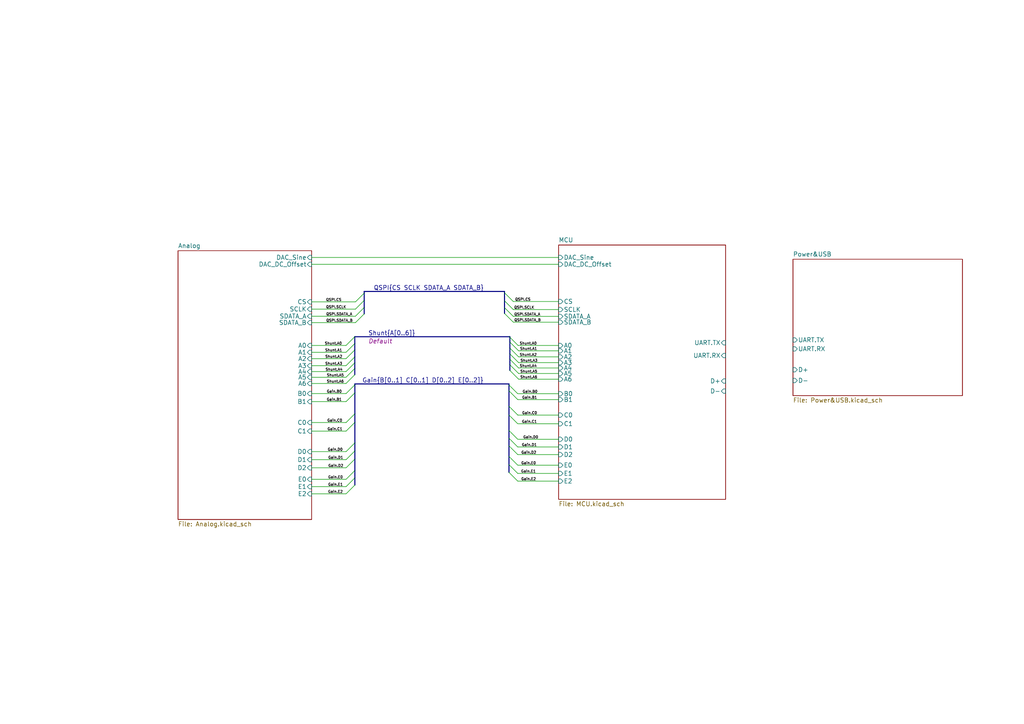
<source format=kicad_sch>
(kicad_sch (version 20230121) (generator eeschema)
  (paper "A4")
  (lib_symbols)
  (bus_entry (at 105.6386 87.122) (size -2.54 2.54))
  (bus_entry (at 147.6248 137.0076) (size 2.54 2.54))
  (bus_entry (at 102.9208 113.9444) (size -2.54 2.54))
  (bus_entry (at 147.6248 113.3602) (size 2.54 2.54))
  (bus_entry (at 102.9208 138.6078) (size -2.54 2.54))
  (bus_entry (at 147.6248 111.6584) (size 2.54 2.54))
  (bus_entry (at 147.6248 134.7724) (size 2.54 2.54))
  (bus_entry (at 102.9208 140.6906) (size -2.54 2.54))
  (bus_entry (at 147.6248 127.1016) (size 2.54 2.54))
  (bus_entry (at 146.3294 89.2302) (size 2.54 2.54))
  (bus_entry (at 147.6248 124.8664) (size 2.54 2.54))
  (bus_entry (at 147.7264 97.663) (size 2.54 2.54))
  (bus_entry (at 102.9208 136.4742) (size -2.54 2.54))
  (bus_entry (at 147.6248 117.8306) (size 2.54 2.54))
  (bus_entry (at 102.8954 106.8832) (size -2.54 2.54))
  (bus_entry (at 146.3294 87.249) (size 2.54 2.54))
  (bus_entry (at 102.9208 122.5042) (size -2.54 2.54))
  (bus_entry (at 102.9208 133.1468) (size -2.54 2.54))
  (bus_entry (at 146.3294 84.9122) (size 2.54 2.54))
  (bus_entry (at 147.8788 99.2124) (size 2.54 2.54))
  (bus_entry (at 147.8788 100.965) (size 2.54 2.54))
  (bus_entry (at 102.9208 111.6076) (size -2.54 2.54))
  (bus_entry (at 105.6386 91.0336) (size -2.54 2.54))
  (bus_entry (at 102.9208 120.015) (size -2.54 2.54))
  (bus_entry (at 102.8954 99.6442) (size -2.54 2.54))
  (bus_entry (at 102.8954 108.6866) (size -2.54 2.54))
  (bus_entry (at 147.8788 105.791) (size 2.54 2.54))
  (bus_entry (at 102.8954 97.663) (size -2.54 2.54))
  (bus_entry (at 147.6248 132.3848) (size 2.54 2.54))
  (bus_entry (at 102.8954 101.4984) (size -2.54 2.54))
  (bus_entry (at 147.6248 129.3114) (size 2.54 2.54))
  (bus_entry (at 102.9208 130.7846) (size -2.54 2.54))
  (bus_entry (at 147.6248 120.3706) (size 2.54 2.54))
  (bus_entry (at 105.6386 85.0138) (size -2.54 2.54))
  (bus_entry (at 102.8954 103.5304) (size -2.54 2.54))
  (bus_entry (at 146.3294 90.9066) (size 2.54 2.54))
  (bus_entry (at 147.8788 107.442) (size 2.54 2.54))
  (bus_entry (at 147.8788 104.1908) (size 2.54 2.54))
  (bus_entry (at 102.9208 128.4478) (size -2.54 2.54))
  (bus_entry (at 102.8954 105.2322) (size -2.54 2.54))
  (bus_entry (at 105.6386 89.1794) (size -2.54 2.54))
  (bus_entry (at 147.8788 102.6414) (size 2.54 2.54))
  (wire (pts (xy 90.3986 111.2266) (xy 100.3554 111.2266)))
  (wire (pts (xy 150.1648 120.396) (xy 162.0266 120.396)))
  (wire (pts (xy 90.3986 133.3246) (xy 100.3808 133.3246)))
  (bus (pts (xy 147.6248 127.1016) (xy 147.6248 129.3114)))
  (bus (pts (xy 102.8954 97.663) (xy 102.8954 99.6442)))
  (wire (pts (xy 148.8694 89.789) (xy 162.0266 89.789)))
  (bus (pts (xy 147.6248 129.3114) (xy 147.6248 132.3848)))
  (wire (pts (xy 90.3986 74.676) (xy 162.0266 74.676)))
  (bus (pts (xy 147.8788 105.791) (xy 147.8788 107.442)))
  (bus (pts (xy 146.3294 87.249) (xy 146.3294 89.2302)))
  (wire (pts (xy 90.3986 122.555) (xy 100.3808 122.555)))
  (wire (pts (xy 90.3986 102.1842) (xy 100.3554 102.1842)))
  (wire (pts (xy 90.3986 104.0384) (xy 100.3554 104.0384)))
  (wire (pts (xy 150.4188 108.331) (xy 162.0266 108.331)))
  (bus (pts (xy 147.6248 117.8306) (xy 147.6248 120.3706)))
  (wire (pts (xy 150.2664 100.203) (xy 162.0266 100.203)))
  (wire (pts (xy 90.3986 93.5736) (xy 103.0986 93.5736)))
  (wire (pts (xy 150.4188 109.982) (xy 162.0266 109.982)))
  (wire (pts (xy 90.3986 109.4232) (xy 100.3554 109.4232)))
  (bus (pts (xy 102.9208 111.3536) (xy 147.6248 111.3536)))
  (wire (pts (xy 150.1648 129.6416) (xy 162.0266 129.6416)))
  (bus (pts (xy 105.6386 85.0138) (xy 105.6386 87.122)))
  (wire (pts (xy 150.1648 115.9002) (xy 162.0266 115.9002)))
  (wire (pts (xy 90.3986 89.662) (xy 103.0986 89.662)))
  (bus (pts (xy 102.9208 130.7846) (xy 102.9208 133.1468)))
  (bus (pts (xy 146.3294 89.2302) (xy 146.3294 90.9066)))
  (wire (pts (xy 148.8694 93.4466) (xy 162.0266 93.4466)))
  (bus (pts (xy 102.9208 133.1468) (xy 102.9208 136.4742)))
  (wire (pts (xy 150.4188 105.1814) (xy 162.0266 105.1814)))
  (bus (pts (xy 102.8954 105.2322) (xy 102.8954 106.8832)))
  (bus (pts (xy 102.8954 103.5304) (xy 102.8954 105.2322)))
  (bus (pts (xy 147.6248 124.8664) (xy 147.6248 127.1016)))
  (wire (pts (xy 90.3986 116.4844) (xy 100.3808 116.4844)))
  (wire (pts (xy 150.1648 114.1984) (xy 162.0266 114.1984)))
  (bus (pts (xy 146.3294 84.5312) (xy 146.3294 84.9122)))
  (wire (pts (xy 90.3986 141.1478) (xy 100.3808 141.1478)))
  (bus (pts (xy 105.6386 84.5312) (xy 105.6386 85.0138)))
  (bus (pts (xy 102.9208 128.4478) (xy 102.9208 130.7846)))
  (bus (pts (xy 147.8788 99.2124) (xy 147.8788 100.965)))
  (wire (pts (xy 90.3986 107.7722) (xy 100.3554 107.7722)))
  (bus (pts (xy 102.9208 113.9444) (xy 102.9208 120.015)))
  (wire (pts (xy 150.1648 139.5476) (xy 162.0266 139.5476)))
  (wire (pts (xy 150.4188 101.7524) (xy 162.0266 101.7524)))
  (bus (pts (xy 102.8954 99.6442) (xy 102.8954 101.4984)))
  (bus (pts (xy 105.6386 84.5312) (xy 146.3294 84.5312)))
  (bus (pts (xy 147.6248 120.3706) (xy 147.6248 124.8664)))
  (bus (pts (xy 102.8954 106.8832) (xy 102.8954 108.6866)))
  (wire (pts (xy 148.8694 87.4522) (xy 162.0266 87.4522)))
  (wire (pts (xy 150.1648 127.4064) (xy 162.0266 127.4064)))
  (wire (pts (xy 90.3986 106.0704) (xy 100.3554 106.0704)))
  (wire (pts (xy 90.3986 91.7194) (xy 103.0986 91.7194)))
  (bus (pts (xy 102.8954 97.663) (xy 147.7264 97.663)))
  (bus (pts (xy 147.7264 97.663) (xy 147.8788 97.663)))
  (bus (pts (xy 147.6248 111.3536) (xy 147.6248 111.6584)))
  (wire (pts (xy 150.1648 134.9248) (xy 162.0266 134.9248)))
  (bus (pts (xy 147.8788 100.965) (xy 147.8788 102.6414)))
  (bus (pts (xy 146.3294 84.9122) (xy 146.3294 87.249)))
  (bus (pts (xy 147.6248 132.3848) (xy 147.6248 134.7724)))
  (wire (pts (xy 150.4188 106.7308) (xy 162.0266 106.7308)))
  (wire (pts (xy 150.1648 137.3124) (xy 162.0266 137.3124)))
  (bus (pts (xy 102.9208 120.015) (xy 102.9208 122.5042)))
  (bus (pts (xy 147.8788 104.1908) (xy 147.8788 105.791)))
  (wire (pts (xy 90.3986 143.2306) (xy 100.3808 143.2306)))
  (wire (pts (xy 150.1648 120.3706) (xy 150.1648 120.396)))
  (bus (pts (xy 102.9208 136.4742) (xy 102.9208 138.6078)))
  (bus (pts (xy 102.9208 122.5042) (xy 102.9208 128.4478)))
  (bus (pts (xy 147.8788 102.6414) (xy 147.8788 104.1908)))
  (wire (pts (xy 90.3986 87.5538) (xy 103.0986 87.5538)))
  (bus (pts (xy 102.9208 111.3536) (xy 102.9208 111.6076)))
  (wire (pts (xy 90.3986 114.1476) (xy 100.3808 114.1476)))
  (bus (pts (xy 147.6248 134.7724) (xy 147.6248 137.0076)))
  (wire (pts (xy 90.3986 100.203) (xy 100.3554 100.203)))
  (wire (pts (xy 90.3986 139.0142) (xy 100.3808 139.0142)))
  (bus (pts (xy 102.9208 111.6076) (xy 102.9208 113.9444)))
  (wire (pts (xy 150.1648 131.8514) (xy 162.0266 131.8514)))
  (bus (pts (xy 147.8788 97.663) (xy 147.8788 99.2124)))
  (wire (pts (xy 90.3986 76.6572) (xy 162.0266 76.6572)))
  (wire (pts (xy 90.3986 130.9878) (xy 100.3808 130.9878)))
  (wire (pts (xy 90.3986 125.0442) (xy 100.3808 125.0442)))
  (wire (pts (xy 150.1648 122.9106) (xy 162.0266 122.9106)))
  (bus (pts (xy 105.6386 89.1794) (xy 105.6386 91.0336)))
  (wire (pts (xy 150.4188 103.505) (xy 162.0266 103.505)))
  (bus (pts (xy 102.8954 101.4984) (xy 102.8954 103.5304)))
  (bus (pts (xy 105.6386 87.122) (xy 105.6386 89.1794)))
  (bus (pts (xy 147.6248 111.6584) (xy 147.6248 113.3602)))
  (bus (pts (xy 102.9208 138.6078) (xy 102.9208 140.6906)))
  (bus (pts (xy 147.6248 113.3602) (xy 147.6248 117.8306)))
  (wire (pts (xy 148.8694 91.7702) (xy 162.0266 91.7702)))
  (wire (pts (xy 90.3986 135.6868) (xy 100.3808 135.6868)))
  (label "QSPI.CS" (at 149.3266 87.4522 0) (effects (font (size 0.75 0.75))))
  (label "Gain.D1" (at 151.2824 129.6416 0) (effects (font (size 0.75 0.75))))
  (label "Gain.B0" (at 94.7166 114.1476 0) (effects (font (size 0.75 0.75))))
  (label "Gain.B1" (at 94.6912 116.4844 0) (effects (font (size 0.75 0.75))))
  (label "QSPI.SDATA_B" (at 149.098 93.4466 0) (effects (font (size 0.75 0.75))))
  (label "Gain.C0" (at 94.8436 122.555 0) (effects (font (size 0.75 0.75))))
  (label "Gain.E2" (at 151.1046 139.5476 0) (effects (font (size 0.75 0.75))))
  (label "Shunt.A2" (at 150.6474 103.505 0) (effects (font (size 0.75 0.75))))
  (label "Gain.C0" (at 151.3586 120.396 0) (effects (font (size 0.75 0.75))))
  (label "QSPI.SDATA_B" (at 94.5388 93.5736 0) (effects (font (size 0.75 0.75))))
  (label "Shunt.A3" (at 94.234 106.0704 0) (effects (font (size 0.75 0.75))))
  (label "Gain.D0" (at 151.6888 127.4064 0) (effects (font (size 0.75 0.75))))
  (label "Gain{B[0..1] C[0..1] D[0..2] E[0..2]}" (at 105.0544 111.3536 0))
  (label "Shunt{A[0..6]}" (at 106.807 97.663 0) (property "Shunt" "Default" (at 106.807 98.933 0) (effects (font italic) (justify left))))
  (label "Shunt.A1" (at 94.2086 102.1842 0) (effects (font (size 0.75 0.75))))
  (label "Gain.D0" (at 94.9706 130.9878 0) (effects (font (size 0.75 0.75))))
  (label "Shunt.A0" (at 150.6474 100.203 0) (effects (font (size 0.75 0.75))))
  (label "Gain.B1" (at 151.3586 115.9002 0) (effects (font (size 0.75 0.75))))
  (label "QSPI.CS" (at 94.488 87.5538 0) (effects (font (size 0.75 0.75))))
  (label "QSPI.SCLK" (at 94.488 89.662 0) (effects (font (size 0.75 0.75))))
  (label "Shunt.A4" (at 150.6728 106.7308 0) (effects (font (size 0.75 0.75))))
  (label "Gain.B0" (at 151.4856 114.1984 0) (effects (font (size 0.75 0.75))))
  (label "Gain.D2" (at 151.13 131.8514 0) (effects (font (size 0.75 0.75))))
  (label "Gain.C1" (at 151.3078 122.9106 0) (effects (font (size 0.75 0.75))))
  (label "QSPI{CS SCLK SDATA_A SDATA_B}" (at 108.3564 84.5312 0) (property "QSPI" "Digital" (effects hide)))
  (label "Gain.D2" (at 95.1484 135.6868 0) (effects (font (size 0.75 0.75))))
  (label "Shunt.A0" (at 94.1324 100.203 0) (effects (font (size 0.75 0.75))))
  (label "Gain.E0" (at 151.1046 134.9248 0) (effects (font (size 0.75 0.75))))
  (label "Gain.C1" (at 94.8944 125.0442 0) (effects (font (size 0.75 0.75))))
  (label "QSPI.SDATA_A" (at 94.5388 91.7194 0) (effects (font (size 0.75 0.75))))
  (label "Gain.E2" (at 95.0722 143.2306 0) (effects (font (size 0.75 0.75))))
  (label "Shunt.A3" (at 150.876 105.1814 0) (effects (font (size 0.75 0.75))))
  (label "Shunt.A2" (at 94.2594 104.0384 0) (effects (font (size 0.75 0.75))))
  (label "Shunt.A5" (at 94.7166 109.4232 0) (effects (font (size 0.75 0.75))))
  (label "Shunt.A4" (at 94.3356 107.7722 0) (effects (font (size 0.75 0.75))))
  (label "Shunt.A5" (at 150.8252 108.331 0) (effects (font (size 0.75 0.75))))
  (label "Shunt.A6" (at 150.8252 109.982 0) (effects (font (size 0.75 0.75))))
  (label "Gain.D1" (at 95.123 133.3246 0) (effects (font (size 0.75 0.75))))
  (label "Gain.E1" (at 151.0538 137.3124 0) (effects (font (size 0.75 0.75))))
  (label "Gain.E1" (at 95.0976 141.1478 0) (effects (font (size 0.75 0.75))))
  (label "Gain.E0" (at 95.0976 139.0142 0) (effects (font (size 0.75 0.75))))
  (label "Shunt.A6" (at 94.7166 111.2266 0) (effects (font (size 0.75 0.75))))
  (label "Shunt.A1" (at 150.749 101.7524 0) (effects (font (size 0.75 0.75))))
  (label "QSPI.SDATA_A" (at 149.0726 91.7702 0) (effects (font (size 0.75 0.75))))
  (label "QSPI.SCLK" (at 149.0472 89.789 0) (effects (font (size 0.75 0.75))))
  (sheet (at 162.0266 71.0692) (size 48.4378 73.7616) (stroke (width 0.1524))
    (property "Sheetname" "MCU" (at 162.0266 70.3576 0) (effects (justify left bottom)))
    (property "Sheetfile" "MCU.kicad_sch" (at 162.0266 145.4154 0) (effects (justify left top)))
    (pin "C1" input (at 162.0266 122.9106 180))
    (pin "C0" input (at 162.0266 120.396 180))
    (pin "B1" input (at 162.0266 115.9002 180))
    (pin "B0" input (at 162.0266 114.1984 180))
    (pin "DAC_Sine" input (at 162.0266 74.676 180))
    (pin "DAC_DC_Offset" input (at 162.0266 76.6572 180))
    (pin "CS" input (at 162.0266 87.4522 180))
    (pin "A4" input (at 162.0266 106.7308 180))
    (pin "A3" input (at 162.0266 105.1814 180))
    (pin "A5" input (at 162.0266 108.331 180))
    (pin "A6" input (at 162.0266 109.982 180))
    (pin "SCLK" input (at 162.0266 89.789 180))
    (pin "SDATA_A" input (at 162.0266 91.7702 180))
    (pin "SDATA_B" input (at 162.0266 93.4466 180))
    (pin "A1" input (at 162.0266 101.7524 180))
    (pin "A2" input (at 162.0266 103.505 180))
    (pin "A0" input (at 162.0266 100.203 180))
    (pin "D0" input (at 162.0266 127.4064 180))
    (pin "D1" input (at 162.0266 129.6416 180))
    (pin "E1" input (at 162.0266 137.3124 180))
    (pin "E0" input (at 162.0266 134.9248 180))
    (pin "D-" input (at 210.4644 113.4364 0))
    (pin "D+" input (at 210.4644 110.5154 0))
    (pin "E2" input (at 162.0266 139.5476 180))
    (pin "D2" input (at 162.0266 131.8514 180))
    (pin "UART.RX" input (at 210.4644 103.124 0))
    (pin "UART.TX" input (at 210.4644 99.4156 0))
  )
  (sheet (at 51.6382 72.7202) (size 38.7604 77.9526) (stroke (width 0.1524))
    (property "Sheetname" "Analog" (at 51.6382 72.0086 0) (effects (justify left bottom)))
    (property "Sheetfile" "Analog.kicad_sch" (at 51.6382 151.2574 0) (effects (justify left top)))
    (pin "DAC_Sine" input (at 90.3986 74.676 0))
    (pin "DAC_DC_Offset" input (at 90.3986 76.6572 0))
    (pin "CS" input (at 90.3986 87.5538 0))
    (pin "SCLK" input (at 90.3986 89.662 0))
    (pin "SDATA_A" input (at 90.3986 91.7194 0))
    (pin "SDATA_B" input (at 90.3986 93.5736 0))
    (pin "A5" input (at 90.3986 109.4232 0))
    (pin "A6" input (at 90.3986 111.2266 0))
    (pin "A4" input (at 90.3986 107.7722 0))
    (pin "A0" input (at 90.3986 100.203 0))
    (pin "A1" input (at 90.3986 102.1842 0))
    (pin "A3" input (at 90.3986 106.0704 0))
    (pin "A2" input (at 90.3986 104.0384 0))
    (pin "B1" input (at 90.3986 116.4844 0))
    (pin "B0" input (at 90.3986 114.1476 0))
    (pin "C0" input (at 90.3986 122.555 0))
    (pin "C1" input (at 90.3986 125.0442 0))
    (pin "E0" input (at 90.3986 139.0142 0))
    (pin "E1" input (at 90.3986 141.1478 0))
    (pin "D1" input (at 90.3986 133.3246 0))
    (pin "D0" input (at 90.3986 130.9878 0))
    (pin "D2" input (at 90.3986 135.6868 0))
    (pin "E2" input (at 90.3986 143.2306 0))
  )
  (sheet (at 229.997 75.184) (size 49.149 39.5732) (stroke (width 0.1524))
    (property "Sheetname" "Power&USB" (at 229.997 74.4724 0) (effects (justify left bottom)))
    (property "Sheetfile" "Power&USB.kicad_sch" (at 229.997 115.3418 0) (effects (justify left top)))
    (pin "D+" input (at 229.997 107.2388 180))
    (pin "D-" input (at 229.997 110.363 180))
    (pin "UART.TX" input (at 229.997 98.6028 180))
    (pin "UART.RX" input (at 229.997 101.1936 180))
  )
)
</source>
